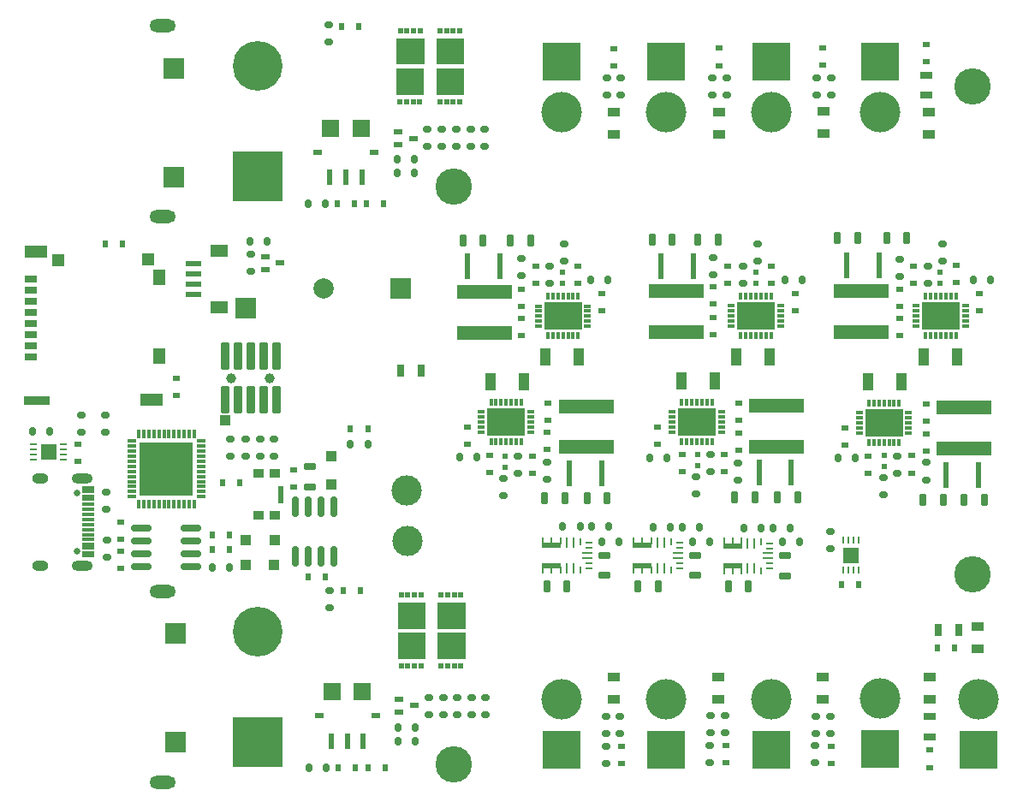
<source format=gbr>
%TF.GenerationSoftware,KiCad,Pcbnew,7.0.1-0*%
%TF.CreationDate,2023-04-01T19:34:20-07:00*%
%TF.ProjectId,1.0,312e302e-6b69-4636-9164-5f7063625858,rev?*%
%TF.SameCoordinates,Original*%
%TF.FileFunction,Soldermask,Top*%
%TF.FilePolarity,Negative*%
%FSLAX46Y46*%
G04 Gerber Fmt 4.6, Leading zero omitted, Abs format (unit mm)*
G04 Created by KiCad (PCBNEW 7.0.1-0) date 2023-04-01 19:34:20*
%MOMM*%
%LPD*%
G01*
G04 APERTURE LIST*
G04 Aperture macros list*
%AMRoundRect*
0 Rectangle with rounded corners*
0 $1 Rounding radius*
0 $2 $3 $4 $5 $6 $7 $8 $9 X,Y pos of 4 corners*
0 Add a 4 corners polygon primitive as box body*
4,1,4,$2,$3,$4,$5,$6,$7,$8,$9,$2,$3,0*
0 Add four circle primitives for the rounded corners*
1,1,$1+$1,$2,$3*
1,1,$1+$1,$4,$5*
1,1,$1+$1,$6,$7*
1,1,$1+$1,$8,$9*
0 Add four rect primitives between the rounded corners*
20,1,$1+$1,$2,$3,$4,$5,0*
20,1,$1+$1,$4,$5,$6,$7,0*
20,1,$1+$1,$6,$7,$8,$9,0*
20,1,$1+$1,$8,$9,$2,$3,0*%
G04 Aperture macros list end*
%ADD10C,0.010000*%
%ADD11C,3.600000*%
%ADD12RoundRect,0.150000X0.150000X0.250000X-0.150000X0.250000X-0.150000X-0.250000X0.150000X-0.250000X0*%
%ADD13R,0.800000X0.600000*%
%ADD14R,3.800000X3.800000*%
%ADD15C,4.000000*%
%ADD16R,1.300000X0.900000*%
%ADD17R,2.000000X2.000000*%
%ADD18RoundRect,0.175000X0.175000X0.425000X-0.175000X0.425000X-0.175000X-0.425000X0.175000X-0.425000X0*%
%ADD19RoundRect,0.150000X0.250000X-0.150000X0.250000X0.150000X-0.250000X0.150000X-0.250000X-0.150000X0*%
%ADD20R,0.600000X0.800000*%
%ADD21R,0.300000X0.750000*%
%ADD22R,0.750000X0.300000*%
%ADD23R,3.700000X2.700000*%
%ADD24R,1.000000X1.000000*%
%ADD25R,0.830000X0.520000*%
%ADD26R,0.700000X1.200000*%
%ADD27R,1.100000X1.100000*%
%ADD28R,0.600000X2.500000*%
%ADD29RoundRect,0.175000X-0.175000X-0.425000X0.175000X-0.425000X0.175000X0.425000X-0.175000X0.425000X0*%
%ADD30R,1.000000X1.700000*%
%ADD31R,5.500000X1.430000*%
%ADD32R,0.600000X0.500000*%
%ADD33RoundRect,0.150000X-0.150000X-0.250000X0.150000X-0.250000X0.150000X0.250000X-0.150000X0.250000X0*%
%ADD34R,1.200000X0.700000*%
%ADD35RoundRect,0.150000X-0.250000X0.150000X-0.250000X-0.150000X0.250000X-0.150000X0.250000X0.150000X0*%
%ADD36R,1.800000X1.200000*%
%ADD37R,1.550000X0.600000*%
%ADD38R,0.500000X0.630000*%
%ADD39R,0.500000X1.600000*%
%ADD40R,0.900000X0.600000*%
%ADD41R,1.800000X1.700000*%
%ADD42C,3.000000*%
%ADD43C,1.000000*%
%ADD44RoundRect,0.050800X0.380000X1.300000X-0.380000X1.300000X-0.380000X-1.300000X0.380000X-1.300000X0*%
%ADD45R,1.000000X0.900000*%
%ADD46R,0.550000X1.700000*%
%ADD47O,2.600000X1.300000*%
%ADD48R,4.916000X4.916000*%
%ADD49C,4.916000*%
%ADD50RoundRect,0.175000X-0.425000X0.175000X-0.425000X-0.175000X0.425000X-0.175000X0.425000X0.175000X0*%
%ADD51R,0.850000X0.300000*%
%ADD52R,0.300000X0.850000*%
%ADD53R,5.250000X5.250000*%
%ADD54R,0.254800X0.757199*%
%ADD55R,1.600200X1.600200*%
%ADD56RoundRect,0.150000X0.825000X0.150000X-0.825000X0.150000X-0.825000X-0.150000X0.825000X-0.150000X0*%
%ADD57R,0.250000X0.800000*%
%ADD58R,0.250000X1.100000*%
%ADD59R,0.250000X0.700000*%
%ADD60R,1.950000X0.600000*%
%ADD61R,0.700000X0.250000*%
%ADD62R,1.100000X0.250000*%
%ADD63R,2.500000X0.950000*%
%ADD64R,2.200000X1.150000*%
%ADD65R,1.150000X1.500000*%
%ADD66R,1.240000X0.800000*%
%ADD67R,1.250000X1.250000*%
%ADD68R,1.200000X1.200000*%
%ADD69R,0.757199X0.254800*%
%ADD70C,0.650000*%
%ADD71R,1.150000X0.300000*%
%ADD72O,2.100000X1.000000*%
%ADD73O,1.600000X1.000000*%
%ADD74C,2.000000*%
%ADD75RoundRect,0.150000X-0.150000X0.825000X-0.150000X-0.825000X0.150000X-0.825000X0.150000X0.825000X0*%
G04 APERTURE END LIST*
%TO.C,Q10*%
D10*
X191550000Y-109297500D02*
X188900000Y-109297500D01*
X188900000Y-106787500D01*
X191550000Y-106787500D01*
X191550000Y-109297500D01*
G36*
X191550000Y-109297500D02*
G01*
X188900000Y-109297500D01*
X188900000Y-106787500D01*
X191550000Y-106787500D01*
X191550000Y-109297500D01*
G37*
%TO.C,Q12*%
X195500000Y-106312500D02*
X192850000Y-106312500D01*
X192850000Y-103802500D01*
X195500000Y-103802500D01*
X195500000Y-106312500D01*
G36*
X195500000Y-106312500D02*
G01*
X192850000Y-106312500D01*
X192850000Y-103802500D01*
X195500000Y-103802500D01*
X195500000Y-106312500D01*
G37*
%TO.C,Q3*%
X195625000Y-162125000D02*
X192975000Y-162125000D01*
X192975000Y-159615000D01*
X195625000Y-159615000D01*
X195625000Y-162125000D01*
G36*
X195625000Y-162125000D02*
G01*
X192975000Y-162125000D01*
X192975000Y-159615000D01*
X195625000Y-159615000D01*
X195625000Y-162125000D01*
G37*
%TO.C,Q4*%
X191675000Y-162125000D02*
X189025000Y-162125000D01*
X189025000Y-159615000D01*
X191675000Y-159615000D01*
X191675000Y-162125000D01*
G36*
X191675000Y-162125000D02*
G01*
X189025000Y-162125000D01*
X189025000Y-159615000D01*
X191675000Y-159615000D01*
X191675000Y-162125000D01*
G37*
%TO.C,Q6*%
X195625000Y-165100000D02*
X192975000Y-165100000D01*
X192975000Y-162590000D01*
X195625000Y-162590000D01*
X195625000Y-165100000D01*
G36*
X195625000Y-165100000D02*
G01*
X192975000Y-165100000D01*
X192975000Y-162590000D01*
X195625000Y-162590000D01*
X195625000Y-165100000D01*
G37*
%TO.C,Q9*%
X195500000Y-109297500D02*
X192850000Y-109297500D01*
X192850000Y-106787500D01*
X195500000Y-106787500D01*
X195500000Y-109297500D01*
G36*
X195500000Y-109297500D02*
G01*
X192850000Y-109297500D01*
X192850000Y-106787500D01*
X195500000Y-106787500D01*
X195500000Y-109297500D01*
G37*
%TO.C,Q11*%
X191575000Y-106325000D02*
X188925000Y-106325000D01*
X188925000Y-103815000D01*
X191575000Y-103815000D01*
X191575000Y-106325000D01*
G36*
X191575000Y-106325000D02*
G01*
X188925000Y-106325000D01*
X188925000Y-103815000D01*
X191575000Y-103815000D01*
X191575000Y-106325000D01*
G37*
%TO.C,Q5*%
X191675000Y-165112500D02*
X189025000Y-165112500D01*
X189025000Y-162602500D01*
X191675000Y-162602500D01*
X191675000Y-165112500D01*
G36*
X191675000Y-165112500D02*
G01*
X189025000Y-165112500D01*
X189025000Y-162602500D01*
X191675000Y-162602500D01*
X191675000Y-165112500D01*
G37*
%TD*%
D11*
%TO.C,U28*%
X245900000Y-108565000D03*
%TD*%
D12*
%TO.C,R84*%
X234237500Y-145355000D03*
X232537500Y-145355000D03*
%TD*%
D13*
%TO.C,C65*%
X220250000Y-130095000D03*
X220250000Y-128395000D03*
%TD*%
D14*
%TO.C,U22*%
X225975000Y-106150000D03*
D15*
X225975000Y-111150000D03*
%TD*%
D16*
%TO.C,F4*%
X210400000Y-111075000D03*
X210400000Y-113275000D03*
%TD*%
D17*
%TO.C,TP17*%
X167020000Y-162670000D03*
%TD*%
D13*
%TO.C,R85*%
X239840000Y-145100000D03*
X239840000Y-146800000D03*
%TD*%
D18*
%TO.C,C26*%
X220730000Y-123730000D03*
X218730000Y-123730000D03*
%TD*%
D19*
%TO.C,R18*%
X175400000Y-145125000D03*
X175400000Y-143425000D03*
%TD*%
D20*
%TO.C,C29*%
X232945000Y-157860000D03*
X234645000Y-157860000D03*
%TD*%
D21*
%TO.C,U9*%
X203867500Y-133230001D03*
X204367499Y-133230001D03*
X204867501Y-133230001D03*
X205367500Y-133230001D03*
X205867499Y-133230001D03*
X206367501Y-133230001D03*
X206867500Y-133230001D03*
D22*
X207807500Y-132290002D03*
X207807500Y-131790000D03*
X207807500Y-131290001D03*
X207807500Y-130790002D03*
X207807500Y-130290000D03*
D21*
X206867500Y-129350001D03*
X206367501Y-129350001D03*
X205867499Y-129350001D03*
X205367500Y-129350001D03*
X204867501Y-129350001D03*
X204367499Y-129350001D03*
X203867500Y-129350001D03*
D22*
X202927500Y-130290000D03*
X202927500Y-130790002D03*
X202927500Y-131290001D03*
X202927500Y-131790000D03*
X202927500Y-132290002D03*
D23*
X205367500Y-131290001D03*
%TD*%
D13*
%TO.C,D16*%
X241625000Y-175925000D03*
X241625000Y-174225000D03*
%TD*%
D24*
%TO.C,TP1*%
X171950000Y-141625000D03*
%TD*%
D13*
%TO.C,D15*%
X241300000Y-104435000D03*
X241300000Y-106135000D03*
%TD*%
D16*
%TO.C,F1*%
X231025000Y-169225000D03*
X231025000Y-167025000D03*
%TD*%
D25*
%TO.C,Q1*%
X189165000Y-169150000D03*
X189165000Y-170450000D03*
X190635000Y-169800000D03*
%TD*%
D13*
%TO.C,R81*%
X221680000Y-128050000D03*
X221680000Y-126350000D03*
%TD*%
%TO.C,C31*%
X198122500Y-145025000D03*
X198122500Y-146725000D03*
%TD*%
D26*
%TO.C,R51*%
X191300000Y-136720000D03*
X189300000Y-136720000D03*
%TD*%
D27*
%TO.C,D2*%
X176825000Y-153425000D03*
X174025000Y-153425000D03*
%TD*%
D12*
%TO.C,R1*%
X172375000Y-156175000D03*
X170675000Y-156175000D03*
%TD*%
D17*
%TO.C,TP20*%
X166890000Y-117540000D03*
%TD*%
D19*
%TO.C,R45*%
X211100000Y-109450000D03*
X211100000Y-107750000D03*
%TD*%
D13*
%TO.C,C35*%
X203822500Y-142800000D03*
X203822500Y-144500000D03*
%TD*%
D28*
%TO.C,C58*%
X246460000Y-147000000D03*
X243260000Y-147000000D03*
%TD*%
D29*
%TO.C,C74*%
X240960000Y-149460000D03*
X242960000Y-149460000D03*
%TD*%
D13*
%TO.C,C69*%
X238650000Y-133200000D03*
X238650000Y-131500000D03*
%TD*%
%TO.C,C68*%
X220250000Y-133095000D03*
X220250000Y-131395000D03*
%TD*%
D30*
%TO.C,C55*%
X235560000Y-137790000D03*
X238860000Y-137790000D03*
%TD*%
D21*
%TO.C,U29*%
X222935000Y-133209999D03*
X223434999Y-133209999D03*
X223935001Y-133209999D03*
X224435000Y-133209999D03*
X224934999Y-133209999D03*
X225435001Y-133209999D03*
X225935000Y-133209999D03*
D22*
X226875000Y-132270000D03*
X226875000Y-131769998D03*
X226875000Y-131269999D03*
X226875000Y-130770000D03*
X226875000Y-130269998D03*
D21*
X225935000Y-129329999D03*
X225435001Y-129329999D03*
X224934999Y-129329999D03*
X224435000Y-129329999D03*
X223935001Y-129329999D03*
X223434999Y-129329999D03*
X222935000Y-129329999D03*
D22*
X221995000Y-130269998D03*
X221995000Y-130770000D03*
X221995000Y-131269999D03*
X221995000Y-131769998D03*
X221995000Y-132270000D03*
D23*
X224435000Y-131269999D03*
%TD*%
D31*
%TO.C,L2*%
X207647500Y-140205000D03*
X207647500Y-144245000D03*
%TD*%
D28*
%TO.C,C6*%
X209175000Y-146800000D03*
X205975000Y-146800000D03*
%TD*%
D32*
%TO.C,C73*%
X237187500Y-146180000D03*
X237187500Y-145080000D03*
%TD*%
D12*
%TO.C,R25*%
X190730000Y-173350000D03*
X189030000Y-173350000D03*
%TD*%
D19*
%TO.C,R77*%
X200872500Y-146825000D03*
X200872500Y-145125000D03*
%TD*%
D21*
%TO.C,U12*%
X220100000Y-139795000D03*
X219600001Y-139795000D03*
X219099999Y-139795000D03*
X218600000Y-139795000D03*
X218100001Y-139795000D03*
X217599999Y-139795000D03*
X217100000Y-139795000D03*
D22*
X216160000Y-140734999D03*
X216160000Y-141235001D03*
X216160000Y-141735000D03*
X216160000Y-142234999D03*
X216160000Y-142735001D03*
D21*
X217100000Y-143675000D03*
X217599999Y-143675000D03*
X218100001Y-143675000D03*
X218600000Y-143675000D03*
X219099999Y-143675000D03*
X219600001Y-143675000D03*
X220100000Y-143675000D03*
D22*
X221040000Y-142735001D03*
X221040000Y-142234999D03*
X221040000Y-141735000D03*
X221040000Y-141235001D03*
X221040000Y-140734999D03*
D23*
X218600000Y-141735000D03*
%TD*%
D33*
%TO.C,R62*%
X188950000Y-117150000D03*
X190650000Y-117150000D03*
%TD*%
D13*
%TO.C,C59*%
X228300000Y-129070000D03*
X228300000Y-130770000D03*
%TD*%
D14*
%TO.C,U17*%
X225975000Y-174150000D03*
D15*
X225975000Y-169150000D03*
%TD*%
D34*
%TO.C,R69*%
X241262500Y-107450000D03*
X241262500Y-109450000D03*
%TD*%
D35*
%TO.C,R59*%
X209625000Y-170850000D03*
X209625000Y-172550000D03*
%TD*%
D12*
%TO.C,R4*%
X196847500Y-145250000D03*
X195147500Y-145250000D03*
%TD*%
D28*
%TO.C,C21*%
X215090000Y-126310000D03*
X218290000Y-126310000D03*
%TD*%
D36*
%TO.C,J1*%
X171377500Y-130425000D03*
X171377500Y-124825000D03*
D37*
X168852500Y-129125000D03*
X168852500Y-128125000D03*
X168852500Y-127125000D03*
X168852500Y-126125000D03*
%TD*%
D13*
%TO.C,C28*%
X214750000Y-143935000D03*
X214750000Y-142235000D03*
%TD*%
D29*
%TO.C,C50*%
X195475000Y-123775000D03*
X197475000Y-123775000D03*
%TD*%
D13*
%TO.C,R83*%
X240060000Y-128030000D03*
X240060000Y-126330000D03*
%TD*%
D32*
%TO.C,C71*%
X224425000Y-126920000D03*
X224425000Y-128020000D03*
%TD*%
D14*
%TO.C,U20*%
X205200000Y-106150000D03*
D15*
X205200000Y-111150000D03*
%TD*%
D38*
%TO.C,Q10*%
X189250000Y-110072500D03*
X189900000Y-110072500D03*
X190550000Y-110072500D03*
X191200000Y-110072500D03*
%TD*%
D32*
%TO.C,C70*%
X242675000Y-126925000D03*
X242675000Y-128025000D03*
%TD*%
D35*
%TO.C,R28*%
X191975000Y-112800000D03*
X191975000Y-114500000D03*
%TD*%
D13*
%TO.C,R73*%
X221300000Y-144990000D03*
X221300000Y-146690000D03*
%TD*%
D28*
%TO.C,C52*%
X233410000Y-126230000D03*
X236610000Y-126230000D03*
%TD*%
D19*
%TO.C,R44*%
X209700000Y-109450000D03*
X209700000Y-107750000D03*
%TD*%
%TO.C,R8*%
X160250000Y-155125000D03*
X160250000Y-153425000D03*
%TD*%
D35*
%TO.C,R74*%
X204067500Y-126340000D03*
X204067500Y-128040000D03*
%TD*%
%TO.C,R55*%
X193400000Y-112800000D03*
X193400000Y-114500000D03*
%TD*%
D39*
%TO.C,U2*%
X182425000Y-173300000D03*
X184025000Y-173300000D03*
X185625000Y-173300000D03*
D40*
X186825000Y-170800000D03*
D41*
X185525000Y-168450000D03*
X182525000Y-168450000D03*
D40*
X181225000Y-170800000D03*
%TD*%
D20*
%TO.C,C81*%
X161800000Y-124125000D03*
X160100000Y-124125000D03*
%TD*%
D33*
%TO.C,R7*%
X180250000Y-175950000D03*
X181950000Y-175950000D03*
%TD*%
D13*
%TO.C,D9*%
X210375000Y-104825000D03*
X210375000Y-106525000D03*
%TD*%
D35*
%TO.C,R12*%
X192125000Y-169000000D03*
X192125000Y-170700000D03*
%TD*%
D13*
%TO.C,C62*%
X226000000Y-128045000D03*
X226000000Y-126345000D03*
%TD*%
D35*
%TO.C,R76*%
X199497500Y-147375000D03*
X199497500Y-149075000D03*
%TD*%
%TO.C,R19*%
X174000000Y-143425000D03*
X174000000Y-145125000D03*
%TD*%
D29*
%TO.C,C49*%
X222330000Y-149180000D03*
X224330000Y-149180000D03*
%TD*%
D20*
%TO.C,C2*%
X170700000Y-154350000D03*
X172400000Y-154350000D03*
%TD*%
%TO.C,C33*%
X181825000Y-157075000D03*
X180125000Y-157075000D03*
%TD*%
D13*
%TO.C,C34*%
X178700000Y-148220000D03*
X178700000Y-146520000D03*
%TD*%
D26*
%TO.C,R68*%
X242475000Y-162375000D03*
X244475000Y-162375000D03*
%TD*%
D29*
%TO.C,C56*%
X232510000Y-123540000D03*
X234510000Y-123540000D03*
%TD*%
D35*
%TO.C,R93*%
X237037500Y-147255000D03*
X237037500Y-148955000D03*
%TD*%
D19*
%TO.C,R10*%
X160200000Y-150375000D03*
X160200000Y-148675000D03*
%TD*%
D20*
%TO.C,C9*%
X172400000Y-152925000D03*
X170700000Y-152925000D03*
%TD*%
%TO.C,D14*%
X244125000Y-164150000D03*
X242425000Y-164150000D03*
%TD*%
D28*
%TO.C,C42*%
X195925000Y-126350000D03*
X199125000Y-126350000D03*
%TD*%
D19*
%TO.C,R79*%
X219925000Y-146685000D03*
X219925000Y-144985000D03*
%TD*%
D31*
%TO.C,L3*%
X226475000Y-140190000D03*
X226475000Y-144230000D03*
%TD*%
D14*
%TO.C,U23*%
X246450000Y-174175000D03*
D15*
X246450000Y-169175000D03*
%TD*%
D31*
%TO.C,L4*%
X216600000Y-132885000D03*
X216600000Y-128845000D03*
%TD*%
D33*
%TO.C,R2*%
X208097500Y-127740000D03*
X209797500Y-127740000D03*
%TD*%
D35*
%TO.C,R94*%
X238412500Y-145105000D03*
X238412500Y-146805000D03*
%TD*%
%TO.C,R57*%
X197625000Y-112800000D03*
X197625000Y-114500000D03*
%TD*%
D33*
%TO.C,R82*%
X245975000Y-127725000D03*
X247675000Y-127725000D03*
%TD*%
D19*
%TO.C,R71*%
X203820000Y-147460000D03*
X203820000Y-145760000D03*
%TD*%
%TO.C,R98*%
X157750000Y-142775000D03*
X157750000Y-141075000D03*
%TD*%
%TO.C,R60*%
X230425000Y-109425000D03*
X230425000Y-107725000D03*
%TD*%
D42*
%TO.C,C5*%
X189900000Y-148500000D03*
X189950000Y-153500000D03*
%TD*%
D13*
%TO.C,R3*%
X202680000Y-128040000D03*
X202680000Y-126340000D03*
%TD*%
D31*
%TO.C,L1*%
X197577500Y-132970000D03*
X197577500Y-128930000D03*
%TD*%
D18*
%TO.C,C48*%
X209750000Y-149300000D03*
X207750000Y-149300000D03*
%TD*%
D14*
%TO.C,U18*%
X215525000Y-174150000D03*
D15*
X215525000Y-169150000D03*
%TD*%
D13*
%TO.C,C64*%
X235512500Y-145105000D03*
X235512500Y-146805000D03*
%TD*%
D19*
%TO.C,R20*%
X172475000Y-145125000D03*
X172475000Y-143425000D03*
%TD*%
D43*
%TO.C,U1*%
X176380000Y-137400000D03*
X172570000Y-137400000D03*
D44*
X177015000Y-135250000D03*
X177015000Y-139550000D03*
X175745000Y-135250000D03*
X175745000Y-139550000D03*
X174475000Y-135250000D03*
X174475000Y-139550000D03*
X173205000Y-135250000D03*
X173205000Y-139550000D03*
X171935000Y-135250000D03*
X171935000Y-139550000D03*
%TD*%
D16*
%TO.C,F8*%
X241537500Y-111100000D03*
X241537500Y-113300000D03*
%TD*%
D12*
%TO.C,R32*%
X227811625Y-152223250D03*
X226111625Y-152223250D03*
%TD*%
D35*
%TO.C,R54*%
X196225000Y-112800000D03*
X196225000Y-114500000D03*
%TD*%
D13*
%TO.C,C36*%
X217150000Y-144960000D03*
X217150000Y-146660000D03*
%TD*%
%TO.C,C27*%
X206827500Y-128040000D03*
X206827500Y-126340000D03*
%TD*%
D12*
%TO.C,R15*%
X186050000Y-143950000D03*
X184350000Y-143950000D03*
%TD*%
D35*
%TO.C,R78*%
X218525000Y-147185000D03*
X218525000Y-148885000D03*
%TD*%
D31*
%TO.C,L5*%
X234875000Y-132845000D03*
X234875000Y-128805000D03*
%TD*%
D19*
%TO.C,R61*%
X231875000Y-109425000D03*
X231875000Y-107725000D03*
%TD*%
D20*
%TO.C,C4*%
X186050000Y-175950000D03*
X187750000Y-175950000D03*
%TD*%
D13*
%TO.C,C63*%
X244275000Y-128000000D03*
X244275000Y-126300000D03*
%TD*%
D16*
%TO.C,F7*%
X246375000Y-164175000D03*
X246375000Y-161975000D03*
%TD*%
D18*
%TO.C,C57*%
X239380000Y-123540000D03*
X237380000Y-123540000D03*
%TD*%
D20*
%TO.C,C14*%
X173430000Y-147810000D03*
X171730000Y-147810000D03*
%TD*%
D39*
%TO.C,U3*%
X182275000Y-117575000D03*
X183875000Y-117575000D03*
X185475000Y-117575000D03*
D40*
X186675000Y-115075000D03*
D41*
X185375000Y-112725000D03*
X182375000Y-112725000D03*
D40*
X181075000Y-115075000D03*
%TD*%
D12*
%TO.C,R63*%
X176070000Y-123910000D03*
X174370000Y-123910000D03*
%TD*%
D32*
%TO.C,C45*%
X218675000Y-146085000D03*
X218675000Y-144985000D03*
%TD*%
D12*
%TO.C,R35*%
X216000000Y-152175000D03*
X214300000Y-152175000D03*
%TD*%
D25*
%TO.C,Q7*%
X175905000Y-125400000D03*
X175905000Y-126700000D03*
X177375000Y-126050000D03*
%TD*%
D32*
%TO.C,C40*%
X199647500Y-146275000D03*
X199647500Y-145175000D03*
%TD*%
D35*
%TO.C,R87*%
X238640000Y-125670000D03*
X238640000Y-127370000D03*
%TD*%
D12*
%TO.C,R31*%
X210900000Y-153575000D03*
X209200000Y-153575000D03*
%TD*%
D45*
%TO.C,SW1*%
X176825000Y-146875000D03*
D46*
X177450000Y-148925000D03*
D45*
X175225000Y-146875000D03*
X176825000Y-150975000D03*
X175225000Y-150975000D03*
%TD*%
D47*
%TO.C,U16*%
X165770000Y-121460000D03*
X165770000Y-102560000D03*
D48*
X175170000Y-117460000D03*
D49*
X175170000Y-106560000D03*
%TD*%
D18*
%TO.C,C46*%
X202160000Y-123850000D03*
X200160000Y-123850000D03*
%TD*%
D13*
%TO.C,C25*%
X195897500Y-143950000D03*
X195897500Y-142250000D03*
%TD*%
D19*
%TO.C,R46*%
X221575000Y-109450000D03*
X221575000Y-107750000D03*
%TD*%
D35*
%TO.C,R48*%
X231845000Y-152575000D03*
X231845000Y-154275000D03*
%TD*%
D20*
%TO.C,C7*%
X184725000Y-120150000D03*
X183025000Y-120150000D03*
%TD*%
D25*
%TO.C,Q2*%
X189080000Y-113050000D03*
X189080000Y-114350000D03*
X190550000Y-113700000D03*
%TD*%
D12*
%TO.C,R37*%
X207050000Y-152125000D03*
X205350000Y-152125000D03*
%TD*%
D30*
%TO.C,C18*%
X206910000Y-135310000D03*
X203610000Y-135310000D03*
%TD*%
D18*
%TO.C,C22*%
X205750000Y-158000000D03*
X203750000Y-158000000D03*
%TD*%
D16*
%TO.C,F6*%
X231125000Y-111050000D03*
X231125000Y-113250000D03*
%TD*%
D11*
%TO.C,U27*%
X245900000Y-156825000D03*
%TD*%
D18*
%TO.C,C16*%
X214800000Y-158000000D03*
X212800000Y-158000000D03*
%TD*%
D35*
%TO.C,R56*%
X194825000Y-112800000D03*
X194825000Y-114500000D03*
%TD*%
D50*
%TO.C,C80*%
X180300000Y-146175000D03*
X180300000Y-148175000D03*
%TD*%
D16*
%TO.C,F5*%
X220800000Y-111075000D03*
X220800000Y-113275000D03*
%TD*%
%TO.C,F2*%
X220700000Y-169200000D03*
X220700000Y-167000000D03*
%TD*%
D35*
%TO.C,R21*%
X193525000Y-169000000D03*
X193525000Y-170700000D03*
%TD*%
D12*
%TO.C,R29*%
X228761625Y-153623250D03*
X227061625Y-153623250D03*
%TD*%
D51*
%TO.C,IC2*%
X169599239Y-149150761D03*
X169599239Y-148650761D03*
X169599239Y-148150761D03*
X169599239Y-147650761D03*
X169599239Y-147150761D03*
X169599239Y-146650761D03*
X169599239Y-146150761D03*
X169599239Y-145650761D03*
X169599239Y-145150761D03*
X169599239Y-144650761D03*
X169599239Y-144150761D03*
X169599239Y-143650761D03*
D52*
X168899239Y-142950761D03*
X168399239Y-142950761D03*
X167899239Y-142950761D03*
X167399239Y-142950761D03*
X166899239Y-142950761D03*
X166399239Y-142950761D03*
X165899239Y-142950761D03*
X165399239Y-142950761D03*
X164899239Y-142950761D03*
X164399239Y-142950761D03*
X163899239Y-142950761D03*
X163399239Y-142950761D03*
D51*
X162699239Y-143650761D03*
X162699239Y-144150761D03*
X162699239Y-144650761D03*
X162699239Y-145150761D03*
X162699239Y-145650761D03*
X162699239Y-146150761D03*
X162699239Y-146650761D03*
X162699239Y-147150761D03*
X162699239Y-147650761D03*
X162699239Y-148150761D03*
X162699239Y-148650761D03*
X162699239Y-149150761D03*
D52*
X163399239Y-149850761D03*
X163899239Y-149850761D03*
X164399239Y-149850761D03*
X164899239Y-149850761D03*
X165399239Y-149850761D03*
X165899239Y-149850761D03*
X166399239Y-149850761D03*
X166899239Y-149850761D03*
X167399239Y-149850761D03*
X167899239Y-149850761D03*
X168399239Y-149850761D03*
X168899239Y-149850761D03*
D53*
X166149239Y-146400761D03*
%TD*%
D16*
%TO.C,F9*%
X241600000Y-169175000D03*
X241600000Y-166975000D03*
%TD*%
D13*
%TO.C,C32*%
X201272500Y-130340000D03*
X201272500Y-128640000D03*
%TD*%
%TO.C,C37*%
X201272500Y-133200000D03*
X201272500Y-131500000D03*
%TD*%
D35*
%TO.C,R66*%
X201280000Y-125590000D03*
X201280000Y-127290000D03*
%TD*%
%TO.C,R14*%
X194925000Y-169000000D03*
X194925000Y-170700000D03*
%TD*%
D13*
%TO.C,C23*%
X209222500Y-129065000D03*
X209222500Y-130765000D03*
%TD*%
D38*
%TO.C,Q12*%
X195150000Y-103027500D03*
X194500000Y-103027500D03*
X193850000Y-103027500D03*
X193200000Y-103027500D03*
%TD*%
D30*
%TO.C,C53*%
X225830000Y-135300000D03*
X222530000Y-135300000D03*
%TD*%
D54*
%TO.C,U13*%
X234620001Y-153459200D03*
X234120000Y-153459200D03*
X233620000Y-153459200D03*
X233119999Y-153459200D03*
X233119999Y-156400800D03*
X233620000Y-156400800D03*
X234120000Y-156400800D03*
X234620001Y-156400800D03*
D55*
X233870000Y-154930000D03*
%TD*%
D13*
%TO.C,C1*%
X167125000Y-137475000D03*
X167125000Y-139175000D03*
%TD*%
D56*
%TO.C,IC1*%
X168575000Y-156030000D03*
X168575000Y-154760000D03*
X168575000Y-153490000D03*
X168575000Y-152220000D03*
X163625000Y-152220000D03*
X163625000Y-153490000D03*
X163625000Y-154760000D03*
X163625000Y-156030000D03*
%TD*%
D35*
%TO.C,R43*%
X219950000Y-170825000D03*
X219950000Y-172525000D03*
%TD*%
D50*
%TO.C,C13*%
X209500000Y-154925000D03*
X209500000Y-156925000D03*
%TD*%
D13*
%TO.C,C67*%
X241312500Y-142905000D03*
X241312500Y-144605000D03*
%TD*%
D12*
%TO.C,R67*%
X215675000Y-145285000D03*
X213975000Y-145285000D03*
%TD*%
D35*
%TO.C,R42*%
X221400000Y-170825000D03*
X221400000Y-172525000D03*
%TD*%
D30*
%TO.C,C54*%
X244360000Y-135300000D03*
X241060000Y-135300000D03*
%TD*%
D35*
%TO.C,R86*%
X220250000Y-125495000D03*
X220250000Y-127195000D03*
%TD*%
D16*
%TO.C,F3*%
X210350000Y-169200000D03*
X210350000Y-167000000D03*
%TD*%
D12*
%TO.C,R23*%
X190670000Y-115750000D03*
X188970000Y-115750000D03*
%TD*%
D35*
%TO.C,R13*%
X197725000Y-169000000D03*
X197725000Y-170700000D03*
%TD*%
D19*
%TO.C,R47*%
X220150000Y-109450000D03*
X220150000Y-107750000D03*
%TD*%
D38*
%TO.C,Q3*%
X195275000Y-158840000D03*
X194625000Y-158840000D03*
X193975000Y-158840000D03*
X193325000Y-158840000D03*
%TD*%
D57*
%TO.C,U4*%
X224936625Y-153600000D03*
D58*
X224286625Y-153750000D03*
X223636625Y-153750000D03*
D59*
X222986625Y-153550000D03*
X222136625Y-153550000D03*
X221286625Y-153550000D03*
D60*
X222136625Y-154000000D03*
X222136625Y-156000000D03*
D59*
X222986625Y-156450000D03*
X222136625Y-156450000D03*
X221286625Y-156450000D03*
D58*
X223636625Y-156250000D03*
X224286625Y-156250000D03*
D59*
X224936625Y-156450000D03*
D61*
X225836625Y-156250000D03*
X225836625Y-155750000D03*
D62*
X225636625Y-155250000D03*
X225636625Y-154750000D03*
D61*
X225836625Y-154250000D03*
X225836625Y-153750000D03*
%TD*%
D30*
%TO.C,C24*%
X217110000Y-137690000D03*
X220410000Y-137690000D03*
%TD*%
D14*
%TO.C,U24*%
X236727500Y-106150000D03*
D15*
X236727500Y-111150000D03*
%TD*%
D13*
%TO.C,D10*%
X220825000Y-104800000D03*
X220825000Y-106500000D03*
%TD*%
D12*
%TO.C,R36*%
X209925000Y-152125000D03*
X208225000Y-152125000D03*
%TD*%
D19*
%TO.C,R72*%
X205447500Y-125870000D03*
X205447500Y-124170000D03*
%TD*%
D21*
%TO.C,U31*%
X238612500Y-139905000D03*
X238112501Y-139905000D03*
X237612499Y-139905000D03*
X237112500Y-139905000D03*
X236612501Y-139905000D03*
X236112499Y-139905000D03*
X235612500Y-139905000D03*
D22*
X234672500Y-140844999D03*
X234672500Y-141345001D03*
X234672500Y-141845000D03*
X234672500Y-142344999D03*
X234672500Y-142845001D03*
D21*
X235612500Y-143785000D03*
X236112499Y-143785000D03*
X236612501Y-143785000D03*
X237112500Y-143785000D03*
X237612499Y-143785000D03*
X238112501Y-143785000D03*
X238612500Y-143785000D03*
D22*
X239552500Y-142845001D03*
X239552500Y-142344999D03*
X239552500Y-141845000D03*
X239552500Y-141345001D03*
X239552500Y-140844999D03*
D23*
X237112500Y-141845000D03*
%TD*%
D13*
%TO.C,C17*%
X161650000Y-153375000D03*
X161650000Y-151675000D03*
%TD*%
%TO.C,D6*%
X211150000Y-175525000D03*
X211150000Y-173825000D03*
%TD*%
D14*
%TO.C,U25*%
X236725000Y-174125000D03*
D15*
X236725000Y-169125000D03*
%TD*%
D27*
%TO.C,D1*%
X176800000Y-155900000D03*
X174000000Y-155900000D03*
%TD*%
D13*
%TO.C,C43*%
X222725000Y-139910000D03*
X222725000Y-141610000D03*
%TD*%
%TO.C,C38*%
X203847500Y-139900000D03*
X203847500Y-141600000D03*
%TD*%
D20*
%TO.C,D3*%
X185300000Y-158450000D03*
X183600000Y-158450000D03*
%TD*%
D17*
%TO.C,TP18*%
X166890000Y-106750000D03*
%TD*%
D35*
%TO.C,R40*%
X230350000Y-170850000D03*
X230350000Y-172550000D03*
%TD*%
D29*
%TO.C,C44*%
X203540000Y-149300000D03*
X205540000Y-149300000D03*
%TD*%
D57*
%TO.C,U6*%
X207050000Y-153576750D03*
D58*
X206400000Y-153726750D03*
X205750000Y-153726750D03*
D59*
X205100000Y-153526750D03*
X204250000Y-153526750D03*
X203400000Y-153526750D03*
D60*
X204250000Y-153976750D03*
X204250000Y-155976750D03*
D59*
X205100000Y-156426750D03*
X204250000Y-156426750D03*
X203400000Y-156426750D03*
D58*
X205750000Y-156226750D03*
X206400000Y-156226750D03*
D59*
X207050000Y-156426750D03*
D61*
X207950000Y-156226750D03*
X207950000Y-155726750D03*
D62*
X207750000Y-155226750D03*
X207750000Y-154726750D03*
D61*
X207950000Y-154226750D03*
X207950000Y-153726750D03*
%TD*%
D29*
%TO.C,C20*%
X214180000Y-123740000D03*
X216180000Y-123740000D03*
%TD*%
D19*
%TO.C,R90*%
X223200000Y-128045000D03*
X223200000Y-126345000D03*
%TD*%
D35*
%TO.C,R17*%
X176775000Y-143425000D03*
X176775000Y-145125000D03*
%TD*%
D21*
%TO.C,U11*%
X201247500Y-139834999D03*
X200747501Y-139834999D03*
X200247499Y-139834999D03*
X199747500Y-139834999D03*
X199247501Y-139834999D03*
X198747499Y-139834999D03*
X198247500Y-139834999D03*
D22*
X197307500Y-140774998D03*
X197307500Y-141275000D03*
X197307500Y-141774999D03*
X197307500Y-142274998D03*
X197307500Y-142775000D03*
D21*
X198247500Y-143714999D03*
X198747499Y-143714999D03*
X199247501Y-143714999D03*
X199747500Y-143714999D03*
X200247499Y-143714999D03*
X200747501Y-143714999D03*
X201247500Y-143714999D03*
D22*
X202187500Y-142775000D03*
X202187500Y-142274998D03*
X202187500Y-141774999D03*
X202187500Y-141275000D03*
X202187500Y-140774998D03*
D23*
X199747500Y-141774999D03*
%TD*%
D17*
%TO.C,TP19*%
X167030000Y-173410000D03*
%TD*%
D18*
%TO.C,C15*%
X223711625Y-157973250D03*
X221711625Y-157973250D03*
%TD*%
D34*
%TO.C,R70*%
X241625000Y-172875000D03*
X241625000Y-170875000D03*
%TD*%
D63*
%TO.C,J7*%
X153344600Y-139675000D03*
D64*
X164680000Y-139575000D03*
D65*
X165475000Y-135270000D03*
X165475000Y-127490000D03*
D64*
X153200000Y-124885000D03*
D66*
X152724600Y-135330000D03*
X152724600Y-134230000D03*
X152724600Y-133130000D03*
X152724600Y-132030000D03*
X152724600Y-130930000D03*
X152724600Y-129830000D03*
X152724600Y-128730000D03*
X152724600Y-127610000D03*
D67*
X155450000Y-125735000D03*
D68*
X164350000Y-125710000D03*
%TD*%
D13*
%TO.C,C60*%
X246575000Y-129050000D03*
X246575000Y-130750000D03*
%TD*%
%TO.C,D7*%
X231875000Y-175525000D03*
X231875000Y-173825000D03*
%TD*%
D69*
%TO.C,U14*%
X153004200Y-143974999D03*
X153004200Y-144475000D03*
X153004200Y-144975000D03*
X153004200Y-145475001D03*
X155945800Y-145475001D03*
X155945800Y-144975000D03*
X155945800Y-144475000D03*
X155945800Y-143974999D03*
D55*
X154475000Y-144725000D03*
%TD*%
D38*
%TO.C,Q4*%
X191325000Y-158840000D03*
X190675000Y-158840000D03*
X190025000Y-158840000D03*
X189375000Y-158840000D03*
%TD*%
D13*
%TO.C,D11*%
X231075000Y-104775000D03*
X231075000Y-106475000D03*
%TD*%
D70*
%TO.C,U10*%
X157305000Y-148760000D03*
X157305000Y-154540000D03*
D71*
X158370000Y-148300000D03*
X158370000Y-149100000D03*
X158370000Y-150400000D03*
X158370000Y-151400000D03*
X158370000Y-151900000D03*
X158370000Y-152900000D03*
X158370000Y-154200000D03*
X158370000Y-155000000D03*
X158370000Y-154700000D03*
X158370000Y-153900000D03*
X158370000Y-153400000D03*
X158370000Y-152400000D03*
X158370000Y-150900000D03*
X158370000Y-149900000D03*
X158370000Y-149400000D03*
X158370000Y-148600000D03*
D72*
X157805000Y-147330000D03*
D73*
X153625000Y-147330000D03*
D72*
X157805000Y-155970000D03*
D73*
X153625000Y-155970000D03*
%TD*%
D13*
%TO.C,C61*%
X233262500Y-144055000D03*
X233262500Y-142355000D03*
%TD*%
%TO.C,C10*%
X161650000Y-156275000D03*
X161650000Y-154575000D03*
%TD*%
%TO.C,C41*%
X222725000Y-142860000D03*
X222725000Y-144560000D03*
%TD*%
D38*
%TO.C,Q6*%
X193325000Y-165875000D03*
X193975000Y-165875000D03*
X194625000Y-165875000D03*
X195275000Y-165875000D03*
%TD*%
D19*
%TO.C,R91*%
X242875000Y-125825000D03*
X242875000Y-124125000D03*
%TD*%
D13*
%TO.C,C30*%
X157350000Y-145650000D03*
X157350000Y-143950000D03*
%TD*%
D35*
%TO.C,R22*%
X196325000Y-169000000D03*
X196325000Y-170700000D03*
%TD*%
D33*
%TO.C,R24*%
X180125000Y-120162500D03*
X181825000Y-120162500D03*
%TD*%
%TO.C,R53*%
X152925000Y-142675000D03*
X154625000Y-142675000D03*
%TD*%
D20*
%TO.C,D5*%
X186050000Y-142450000D03*
X184350000Y-142450000D03*
%TD*%
D12*
%TO.C,R30*%
X219875000Y-153575000D03*
X218175000Y-153575000D03*
%TD*%
D47*
%TO.C,U15*%
X165770000Y-177390000D03*
X165770000Y-158490000D03*
D48*
X175170000Y-173390000D03*
D49*
X175170000Y-162490000D03*
%TD*%
D19*
%TO.C,R49*%
X174465000Y-126900000D03*
X174465000Y-125200000D03*
%TD*%
D20*
%TO.C,C8*%
X185925000Y-120150000D03*
X187625000Y-120150000D03*
%TD*%
%TO.C,C3*%
X184850000Y-175950000D03*
X183150000Y-175950000D03*
%TD*%
D50*
%TO.C,C12*%
X218475000Y-154950000D03*
X218475000Y-156950000D03*
%TD*%
D12*
%TO.C,R34*%
X218900000Y-152175000D03*
X217200000Y-152175000D03*
%TD*%
D17*
%TO.C,TP2*%
X174025000Y-130475000D03*
%TD*%
D20*
%TO.C,D4*%
X185175000Y-102675000D03*
X183475000Y-102675000D03*
%TD*%
D14*
%TO.C,U19*%
X205200000Y-174150000D03*
D15*
X205200000Y-169150000D03*
%TD*%
D11*
%TO.C,U7*%
X194525000Y-175600000D03*
%TD*%
D19*
%TO.C,R88*%
X241312500Y-147480000D03*
X241312500Y-145780000D03*
%TD*%
D14*
%TO.C,U21*%
X215525000Y-106150000D03*
D15*
X215525000Y-111150000D03*
%TD*%
D13*
%TO.C,C72*%
X241312500Y-140005000D03*
X241312500Y-141705000D03*
%TD*%
D17*
%TO.C,SP1*%
X189300000Y-128550000D03*
D74*
X181700000Y-128550000D03*
%TD*%
D19*
%TO.C,R92*%
X241450000Y-128025000D03*
X241450000Y-126325000D03*
%TD*%
D12*
%TO.C,R33*%
X224936625Y-152223250D03*
X223236625Y-152223250D03*
%TD*%
D33*
%TO.C,R80*%
X227325000Y-127745000D03*
X229025000Y-127745000D03*
%TD*%
D19*
%TO.C,R38*%
X230325000Y-175475000D03*
X230325000Y-173775000D03*
%TD*%
D13*
%TO.C,R52*%
X202372500Y-145110000D03*
X202372500Y-146810000D03*
%TD*%
D75*
%TO.C,U34*%
X182704239Y-150100761D03*
X181434239Y-150100761D03*
X180164239Y-150100761D03*
X178894239Y-150100761D03*
X178894239Y-155050761D03*
X180164239Y-155050761D03*
X181434239Y-155050761D03*
X182704239Y-155050761D03*
%TD*%
D19*
%TO.C,R41*%
X219910000Y-175480000D03*
X219910000Y-173780000D03*
%TD*%
%TO.C,R75*%
X222700000Y-147510000D03*
X222700000Y-145810000D03*
%TD*%
D57*
%TO.C,U5*%
X216025000Y-153575000D03*
D58*
X215375000Y-153725000D03*
X214725000Y-153725000D03*
D59*
X214075000Y-153525000D03*
X213225000Y-153525000D03*
X212375000Y-153525000D03*
D60*
X213225000Y-153975000D03*
X213225000Y-155975000D03*
D59*
X214075000Y-156425000D03*
X213225000Y-156425000D03*
X212375000Y-156425000D03*
D58*
X214725000Y-156225000D03*
X215375000Y-156225000D03*
D59*
X216025000Y-156425000D03*
D61*
X216925000Y-156225000D03*
X216925000Y-155725000D03*
D62*
X216725000Y-155225000D03*
X216725000Y-154725000D03*
D61*
X216925000Y-154225000D03*
X216925000Y-153725000D03*
%TD*%
D13*
%TO.C,D8*%
X221450000Y-175475000D03*
X221450000Y-173775000D03*
%TD*%
D12*
%TO.C,R6*%
X190750000Y-171960000D03*
X189050000Y-171960000D03*
%TD*%
D38*
%TO.C,Q9*%
X193200000Y-110072500D03*
X193850000Y-110072500D03*
X194500000Y-110072500D03*
X195150000Y-110072500D03*
%TD*%
D18*
%TO.C,C51*%
X228575000Y-149200000D03*
X226575000Y-149200000D03*
%TD*%
D19*
%TO.C,R9*%
X182192500Y-104200000D03*
X182192500Y-102500000D03*
%TD*%
D21*
%TO.C,U30*%
X241235000Y-133215001D03*
X241734999Y-133215001D03*
X242235001Y-133215001D03*
X242735000Y-133215001D03*
X243234999Y-133215001D03*
X243735001Y-133215001D03*
X244235000Y-133215001D03*
D22*
X245175000Y-132275002D03*
X245175000Y-131775000D03*
X245175000Y-131275001D03*
X245175000Y-130775002D03*
X245175000Y-130275000D03*
D21*
X244235000Y-129335001D03*
X243735001Y-129335001D03*
X243234999Y-129335001D03*
X242735000Y-129335001D03*
X242235001Y-129335001D03*
X241734999Y-129335001D03*
X241235000Y-129335001D03*
D22*
X240295000Y-130275000D03*
X240295000Y-130775002D03*
X240295000Y-131275001D03*
X240295000Y-131775000D03*
X240295000Y-132275002D03*
D23*
X242735000Y-131275001D03*
%TD*%
D19*
%TO.C,R97*%
X160125000Y-142775000D03*
X160125000Y-141075000D03*
%TD*%
%TO.C,R89*%
X224575000Y-125845000D03*
X224575000Y-124145000D03*
%TD*%
D35*
%TO.C,R58*%
X211025000Y-170850000D03*
X211025000Y-172550000D03*
%TD*%
D28*
%TO.C,C47*%
X227950000Y-146725000D03*
X224750000Y-146725000D03*
%TD*%
D38*
%TO.C,Q11*%
X191225000Y-103040000D03*
X190575000Y-103040000D03*
X189925000Y-103040000D03*
X189275000Y-103040000D03*
%TD*%
D19*
%TO.C,R16*%
X209610000Y-175520000D03*
X209610000Y-173820000D03*
%TD*%
D30*
%TO.C,C19*%
X198160000Y-137740000D03*
X201460000Y-137740000D03*
%TD*%
D18*
%TO.C,C75*%
X247030000Y-149440000D03*
X245030000Y-149440000D03*
%TD*%
D11*
%TO.C,U8*%
X194525000Y-118450000D03*
%TD*%
D38*
%TO.C,Q5*%
X189375000Y-165887500D03*
X190025000Y-165887500D03*
X190675000Y-165887500D03*
X191325000Y-165887500D03*
%TD*%
D32*
%TO.C,C39*%
X205322500Y-126965000D03*
X205322500Y-128065000D03*
%TD*%
D13*
%TO.C,C66*%
X238650000Y-130325000D03*
X238650000Y-128625000D03*
%TD*%
D35*
%TO.C,R39*%
X231800000Y-170850000D03*
X231800000Y-172550000D03*
%TD*%
D19*
%TO.C,R5*%
X182300000Y-160150000D03*
X182300000Y-158450000D03*
%TD*%
D31*
%TO.C,L6*%
X244987500Y-140310000D03*
X244987500Y-144350000D03*
%TD*%
D50*
%TO.C,C11*%
X227361625Y-154973250D03*
X227361625Y-156973250D03*
%TD*%
D27*
%TO.C,D12*%
X182425000Y-147950000D03*
X182425000Y-145150000D03*
%TD*%
M02*

</source>
